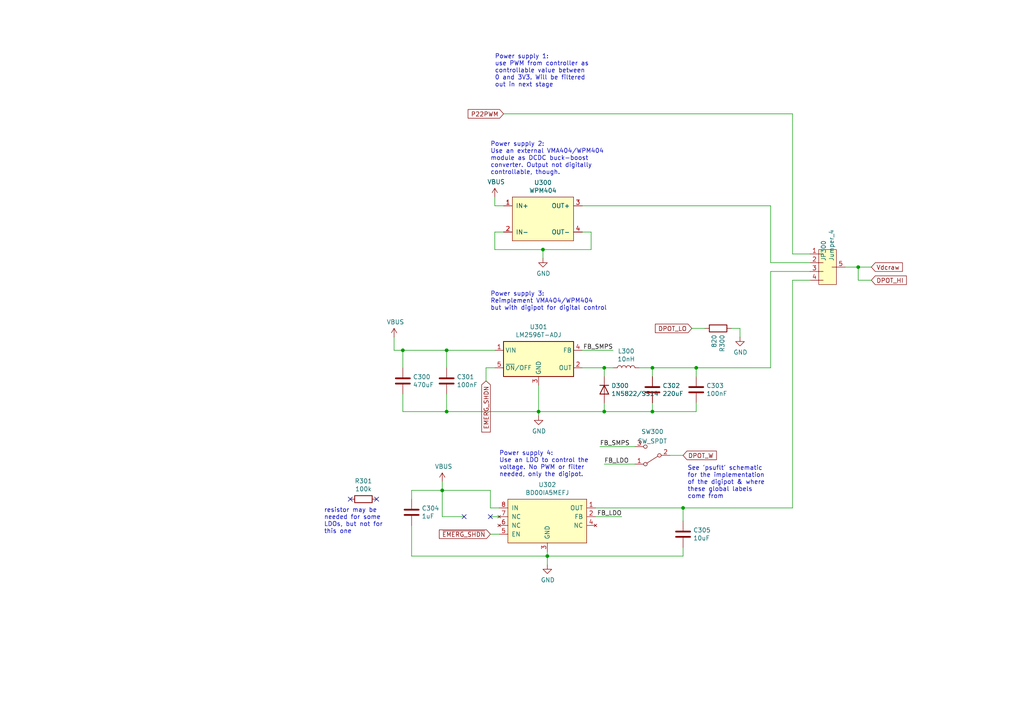
<source format=kicad_sch>
(kicad_sch (version 20211123) (generator eeschema)
  (paper "A4")
  (lib_symbols
    (symbol "Device:C" (pin_numbers hide) (pin_names (offset 0.254))
      (property "Reference" "C" (at 0.635 2.54 0))
      (property "Value" "C" (at 0.635 -2.54 0))
      (symbol "C_0_1"
        (polyline (pts (xy -2.032 -0.762) (xy 2.032 -0.762)) (stroke (width 0.508)))
        (polyline (pts (xy -2.032 0.762) (xy 2.032 0.762)) (stroke (width 0.508)))
      )
      (symbol "C_1_1"
        (pin passive line (at 0 3.81 270) (length 2.794) (name "~") (number "1"))
        (pin passive line (at 0 -3.81 90) (length 2.794) (name "~") (number "2"))
      )
    )
    (symbol "Device:D" (pin_numbers hide) (pin_names (offset 1.016) hide)
      (property "Reference" "D" (at 0 2.54 0))
      (property "Value" "D" (at 0 -2.54 0))
      (symbol "D_0_1"
        (polyline (pts (xy -1.27 1.27) (xy -1.27 -1.27)) (stroke (width 0.254)))
        (polyline (pts (xy 1.27 0) (xy -1.27 0)))
        (polyline (pts (xy 1.27 1.27) (xy 1.27 -1.27) (xy -1.27 0) (xy 1.27 1.27)) (stroke (width 0.254)))
      )
      (symbol "D_1_1"
        (pin passive line (at -3.81 0 0) (length 2.54) (name "K") (number "1"))
        (pin passive line (at 3.81 0 180) (length 2.54) (name "A") (number "2"))
      )
    )
    (symbol "Device:L" (pin_numbers hide) (pin_names (offset 1.016) hide)
      (property "Reference" "L" (at -1.27 0 90))
      (property "Value" "L" (at 1.905 0 90))
      (symbol "L_0_1"
        (arc (start 0 -2.54) (mid 0.635 -1.905) (end 0 -1.27))
        (arc (start 0 -1.27) (mid 0.635 -0.635) (end 0 0))
        (arc (start 0 0) (mid 0.635 0.635) (end 0 1.27))
        (arc (start 0 1.27) (mid 0.635 1.905) (end 0 2.54))
      )
      (symbol "L_1_1"
        (pin passive line (at 0 3.81 270) (length 1.27) (name "1") (number "1"))
        (pin passive line (at 0 -3.81 90) (length 1.27) (name "2") (number "2"))
      )
    )
    (symbol "Device:R" (pin_numbers hide) (pin_names (offset 0))
      (property "Reference" "R" (at 2.032 0 90))
      (property "Value" "R" (at 0 0 90))
      (symbol "R_0_1"
        (rectangle (start -1.016 -2.54) (end 1.016 2.54) (stroke (width 0.254)))
      )
      (symbol "R_1_1"
        (pin passive line (at 0 3.81 270) (length 1.27) (name "~") (number "1"))
        (pin passive line (at 0 -3.81 90) (length 1.27) (name "~") (number "2"))
      )
    )
    (symbol "Regulator_Switching:LM2596T-ADJ"
      (property "Reference" "U" (at -10.16 6.35 0))
      (property "Value" "LM2596T-ADJ" (at 0 6.35 0))
      (symbol "LM2596T-ADJ_0_1"
        (rectangle (start -10.16 5.08) (end 10.16 -5.08) (stroke (width 0.254)) (fill (type background)))
      )
      (symbol "LM2596T-ADJ_1_1"
        (pin power_in line (at -12.7 2.54 0) (length 2.54) (name "VIN") (number "1"))
        (pin output line (at 12.7 -2.54 180) (length 2.54) (name "OUT") (number "2"))
        (pin power_in line (at 0 -7.62 90) (length 2.54) (name "GND") (number "3"))
        (pin input line (at 12.7 2.54 180) (length 2.54) (name "FB") (number "4"))
        (pin input line (at -12.7 -2.54 0) (length 2.54) (name "~{ON}/OFF") (number "5"))
      )
    )
    (symbol "Switch:SW_SPDT" (pin_names (offset 0) hide)
      (property "Reference" "SW" (at 0 4.318 0))
      (property "Value" "SW_SPDT" (at 0 -5.08 0))
      (symbol "SW_SPDT_0_0"
        (circle (center -2.032 0) (radius 0.508))
        (circle (center 2.032 -2.54) (radius 0.508))
      )
      (symbol "SW_SPDT_0_1"
        (polyline (pts (xy -1.524 0.254) (xy 1.651 2.286)))
        (circle (center 2.032 2.54) (radius 0.508))
      )
      (symbol "SW_SPDT_1_1"
        (pin passive line (at 5.08 2.54 180) (length 2.54) (name "A") (number "1"))
        (pin passive line (at -5.08 0 0) (length 2.54) (name "B") (number "2"))
        (pin passive line (at 5.08 -2.54 180) (length 2.54) (name "C") (number "3"))
      )
    )
    (symbol "misc-mcus:BD00IA5MEFJ" (pin_names (offset 1.016))
      (property "Reference" "U" (at 0 1.27 0))
      (property "Value" "BD00IA5MEFJ" (at 0 3.81 0))
      (symbol "BD00IA5MEFJ_1_1"
        (rectangle (start -11.43 6.35) (end 11.43 -6.35) (fill (type background)))
        (pin power_out line (at 13.97 3.81 180) (length 2.54) (name "OUT") (number "1"))
        (pin passive line (at 13.97 1.27 180) (length 2.54) (name "FB") (number "2"))
        (pin passive line (at 0 -8.89 90) (length 2.54) (name "GND") (number "3"))
        (pin no_connect line (at 13.97 -1.27 180) (length 2.54) (name "NC") (number "4"))
        (pin input line (at -13.97 -3.81 0) (length 2.54) (name "EN") (number "5"))
        (pin no_connect line (at -13.97 -1.27 0) (length 2.54) (name "NC") (number "6"))
        (pin no_connect line (at -13.97 1.27 0) (length 2.54) (name "NC") (number "7"))
        (pin power_in line (at -13.97 3.81 0) (length 2.54) (name "IN") (number "8"))
      )
    )
    (symbol "misc-mcus:Jumper_4" (pin_names (offset 1.016))
      (property "Reference" "JP" (at 0 11.43 0))
      (property "Value" "Jumper_4" (at 0 11.43 0))
      (symbol "Jumper_4_0_1"
        (rectangle (start -2.54 5.08) (end 2.54 -5.08) (fill (type background)))
        (polyline (pts (xy -2.54 -3.81) (xy -1.27 -3.81)))
        (polyline (pts (xy -2.54 -1.27) (xy -1.27 -1.27)))
        (polyline (pts (xy -2.54 1.27) (xy -1.27 1.27)))
        (polyline (pts (xy -2.54 3.81) (xy -1.27 3.81)))
        (polyline (pts (xy 2.54 0) (xy 1.27 0)))
      )
      (symbol "Jumper_4_1_1"
        (pin passive line (at -5.08 3.81 0) (length 2.54) (name "~") (number "1"))
        (pin passive line (at -5.08 1.27 0) (length 2.54) (name "~") (number "2"))
        (pin passive line (at -5.08 -1.27 0) (length 2.54) (name "~") (number "3"))
        (pin passive line (at -5.08 -3.81 0) (length 2.54) (name "~") (number "4"))
        (pin passive line (at 5.08 0 180) (length 2.54) (name "~") (number "5"))
      )
    )
    (symbol "misc-mcus:WPM404" (pin_names (offset 1.016))
      (property "Reference" "U" (at 0 -1.27 0))
      (property "Value" "WPM404" (at 0 1.27 0))
      (symbol "WPM404_0_1"
        (rectangle (start -8.89 6.35) (end 8.89 -6.35) (fill (type background)))
      )
      (symbol "WPM404_1_1"
        (pin power_in line (at -11.43 3.81 0) (length 2.54) (name "IN+") (number "1"))
        (pin power_in line (at -11.43 -3.81 0) (length 2.54) (name "IN-") (number "2"))
        (pin power_out line (at 11.43 3.81 180) (length 2.54) (name "OUT+") (number "3"))
        (pin power_out line (at 11.43 -3.81 180) (length 2.54) (name "OUT-") (number "4"))
      )
    )
    (symbol "power:GND" (power) (pin_names (offset 0))
      (property "Value" "GND" (at 0 -3.81 0))
      (symbol "GND_0_1"
        (polyline (pts (xy 0 0) (xy 0 -1.27) (xy 1.27 -1.27) (xy 0 -2.54) (xy -1.27 -1.27) (xy 0 -1.27)))
      )
      (symbol "GND_1_1"
        (pin power_in line (at 0 0 270) (length 0) hide (name "GND") (number "1"))
      )
    )
    (symbol "power:VBUS" (power) (pin_names (offset 0))
      (property "Value" "VBUS" (at 0 3.81 0))
      (symbol "VBUS_0_1"
        (polyline (pts (xy -0.762 1.27) (xy 0 2.54)))
        (polyline (pts (xy 0 0) (xy 0 2.54)))
        (polyline (pts (xy 0 2.54) (xy 0.762 1.27)))
      )
      (symbol "VBUS_1_1"
        (pin power_in line (at 0 0 90) (length 0) hide (name "VBUS") (number "1"))
      )
    )
  )
  (junction (at 129.54 101.6))
  (junction (at 116.84 101.6))
  (junction (at 201.93 106.68))
  (junction (at 198.12 147.32))
  (junction (at 158.75 161.29))
  (junction (at 129.54 119.38))
  (junction (at 156.21 119.38))
  (junction (at 128.27 142.24))
  (junction (at 175.26 106.68))
  (junction (at 248.92 77.47))
  (junction (at 189.23 106.68))
  (junction (at 175.26 119.38))
  (junction (at 189.23 119.38))
  (junction (at 157.48 72.39))
  (no_connect (at 109.22 144.78))
  (no_connect (at 101.6 144.78))
  (no_connect (at 142.24 149.86))
  (no_connect (at 134.62 149.86))
  (wire (pts (xy 223.52 78.74) (xy 234.95 78.74)))
  (wire (pts (xy 189.23 106.68) (xy 201.93 106.68)))
  (wire (pts (xy 119.38 152.4) (xy 119.38 161.29)))
  (wire (pts (xy 146.05 33.02) (xy 229.87 33.02)))
  (wire (pts (xy 223.52 59.69) (xy 223.52 76.2)))
  (wire (pts (xy 198.12 151.13) (xy 198.12 147.32)))
  (wire (pts (xy 140.97 110.49) (xy 140.97 106.68)))
  (wire (pts (xy 171.45 72.39) (xy 171.45 67.31)))
  (wire (pts (xy 128.27 142.24) (xy 142.24 142.24)))
  (wire (pts (xy 140.97 106.68) (xy 143.51 106.68)))
  (wire (pts (xy 223.52 76.2) (xy 234.95 76.2)))
  (wire (pts (xy 175.26 119.38) (xy 175.26 116.84)))
  (wire (pts (xy 189.23 116.84) (xy 189.23 119.38)))
  (wire (pts (xy 201.93 106.68) (xy 223.52 106.68)))
  (wire (pts (xy 212.09 95.25) (xy 214.63 95.25)))
  (wire (pts (xy 128.27 142.24) (xy 128.27 139.7)))
  (wire (pts (xy 194.31 132.08) (xy 198.12 132.08)))
  (wire (pts (xy 116.84 114.3) (xy 116.84 119.38)))
  (wire (pts (xy 158.75 163.83) (xy 158.75 161.29)))
  (wire (pts (xy 134.62 149.86) (xy 128.27 149.86)))
  (wire (pts (xy 198.12 161.29) (xy 198.12 158.75)))
  (wire (pts (xy 175.26 106.68) (xy 175.26 109.22)))
  (wire (pts (xy 144.78 154.94) (xy 142.24 154.94)))
  (wire (pts (xy 185.42 106.68) (xy 189.23 106.68)))
  (wire (pts (xy 223.52 106.68) (xy 223.52 78.74)))
  (wire (pts (xy 168.91 106.68) (xy 175.26 106.68)))
  (wire (pts (xy 229.87 147.32) (xy 229.87 81.28)))
  (wire (pts (xy 168.91 59.69) (xy 223.52 59.69)))
  (wire (pts (xy 204.47 95.25) (xy 200.66 95.25)))
  (wire (pts (xy 143.51 59.69) (xy 146.05 59.69)))
  (wire (pts (xy 119.38 142.24) (xy 119.38 144.78)))
  (wire (pts (xy 116.84 101.6) (xy 129.54 101.6)))
  (wire (pts (xy 172.72 149.86) (xy 180.34 149.86)))
  (wire (pts (xy 144.78 149.86) (xy 142.24 149.86)))
  (wire (pts (xy 173.99 129.54) (xy 184.15 129.54)))
  (wire (pts (xy 201.93 116.84) (xy 201.93 119.38)))
  (wire (pts (xy 129.54 119.38) (xy 156.21 119.38)))
  (wire (pts (xy 171.45 67.31) (xy 168.91 67.31)))
  (wire (pts (xy 158.75 161.29) (xy 158.75 160.02)))
  (wire (pts (xy 143.51 67.31) (xy 143.51 72.39)))
  (wire (pts (xy 234.95 73.66) (xy 229.87 73.66)))
  (wire (pts (xy 142.24 142.24) (xy 142.24 147.32)))
  (wire (pts (xy 146.05 67.31) (xy 143.51 67.31)))
  (wire (pts (xy 214.63 95.25) (xy 214.63 97.79)))
  (wire (pts (xy 175.26 134.62) (xy 184.15 134.62)))
  (wire (pts (xy 201.93 119.38) (xy 189.23 119.38)))
  (wire (pts (xy 157.48 72.39) (xy 171.45 72.39)))
  (wire (pts (xy 177.8 106.68) (xy 175.26 106.68)))
  (wire (pts (xy 189.23 106.68) (xy 189.23 109.22)))
  (wire (pts (xy 157.48 74.93) (xy 157.48 72.39)))
  (wire (pts (xy 129.54 101.6) (xy 143.51 101.6)))
  (wire (pts (xy 248.92 81.28) (xy 248.92 77.47)))
  (wire (pts (xy 158.75 161.29) (xy 119.38 161.29)))
  (wire (pts (xy 201.93 106.68) (xy 201.93 109.22)))
  (wire (pts (xy 248.92 77.47) (xy 245.11 77.47)))
  (wire (pts (xy 229.87 81.28) (xy 234.95 81.28)))
  (wire (pts (xy 116.84 119.38) (xy 129.54 119.38)))
  (wire (pts (xy 252.73 77.47) (xy 248.92 77.47)))
  (wire (pts (xy 158.75 161.29) (xy 198.12 161.29)))
  (wire (pts (xy 142.24 147.32) (xy 144.78 147.32)))
  (wire (pts (xy 189.23 119.38) (xy 175.26 119.38)))
  (wire (pts (xy 156.21 119.38) (xy 156.21 120.65)))
  (wire (pts (xy 198.12 147.32) (xy 229.87 147.32)))
  (wire (pts (xy 156.21 111.76) (xy 156.21 119.38)))
  (wire (pts (xy 128.27 149.86) (xy 128.27 142.24)))
  (wire (pts (xy 143.51 57.15) (xy 143.51 59.69)))
  (wire (pts (xy 129.54 106.68) (xy 129.54 101.6)))
  (wire (pts (xy 129.54 114.3) (xy 129.54 119.38)))
  (wire (pts (xy 229.87 73.66) (xy 229.87 33.02)))
  (wire (pts (xy 172.72 147.32) (xy 198.12 147.32)))
  (wire (pts (xy 116.84 106.68) (xy 116.84 101.6)))
  (wire (pts (xy 143.51 72.39) (xy 157.48 72.39)))
  (wire (pts (xy 114.3 97.79) (xy 114.3 101.6)))
  (wire (pts (xy 114.3 101.6) (xy 116.84 101.6)))
  (wire (pts (xy 168.91 101.6) (xy 177.8 101.6)))
  (wire (pts (xy 156.21 119.38) (xy 175.26 119.38)))
  (wire (pts (xy 252.73 81.28) (xy 248.92 81.28)))
  (wire (pts (xy 128.27 142.24) (xy 119.38 142.24)))
  (text "Power supply 2:\nUse an external VMA404/WPM404\nmodule as DCDC buck-boost\nconverter. Output not digitally\ncontrollable, though." (at 142.24 50.8 0) (effects (font (size 1.27 1.27)) (justify left bottom)))
  (text "Power supply 4:\nUse an LDO to control the\nvoltage. No PWM or filter\nneeded, only the digipot." (at 144.78 138.43 0) (effects (font (size 1.27 1.27)) (justify left bottom)))
  (text "Power supply 3:\nReimplement VMA404/WPM404\nbut with digipot for digital control" (at 142.24 90.17 0) (effects (font (size 1.27 1.27)) (justify left bottom)))
  (text "See 'psuflt' schematic\nfor the implementation\nof the digipot & where\nthese global labels\ncome from" (at 199.39 144.78 0) (effects (font (size 1.27 1.27)) (justify left bottom)))
  (text "Power supply 1:\nuse PWM from controller as\ncontrollable value between\n0 and 3V3. Will be filtered\nout in next stage" (at 143.51 25.4 0) (effects (font (size 1.27 1.27)) (justify left bottom)))
  (text "resistor may be\nneeded for some\nLDOs, but not for\nthis one" (at 93.98 154.94 0) (effects (font (size 1.27 1.27)) (justify left bottom)))
  (label "FB_SMPS" (at 177.8 101.6 180))
  (label "FB_LDO" (at 175.26 134.62 0))
  (label "FB_SMPS" (at 173.99 129.54 0))
  (label "FB_LDO" (at 180.34 149.86 180))
  (global_label "DPOT_W" (shape input) (at 198.12 132.08 0) (property "Intersheet References" "${INTERSHEET_REFS}" (effects hide)))
  (global_label "P22PWM" (shape input) (at 146.05 33.02 180) (property "Intersheet References" "${INTERSHEET_REFS}" (effects hide)))
  (global_label "Vdcraw" (shape input) (at 252.73 77.47 0) (property "Intersheet References" "${INTERSHEET_REFS}" (effects hide)))
  (global_label "~{EMERG_SHDN}" (shape input) (at 142.24 154.94 180) (property "Intersheet References" "${INTERSHEET_REFS}" (effects hide)))
  (global_label "DPOT_LO" (shape input) (at 200.66 95.25 180) (property "Intersheet References" "${INTERSHEET_REFS}" (effects hide)))
  (global_label "EMERG_SHDN" (shape input) (at 140.97 110.49 270) (property "Intersheet References" "${INTERSHEET_REFS}" (effects hide)))
  (global_label "DPOT_HI" (shape input) (at 252.73 81.28 0) (property "Intersheet References" "${INTERSHEET_REFS}" (effects hide)))
  (symbol (lib_id "misc-mcus:WPM404") (at 157.48 63.5 0) (unit 1)
    (property "Reference" "U300" (at 157.48 52.959 0))
    (property "Value" "WPM404" (at 157.48 55.2704 0))
    (property "Footprint" "chip-bo:VMA404-Module-THT" (effects hide))
  )
  (symbol (lib_id "power:GND") (at 157.48 74.93 0) (unit 1)
    (property "Reference" "#PWR0134" (effects hide))
    (property "Value" "GND" (at 157.607 79.3242 0))
  )
  (symbol (lib_id "power:VBUS") (at 143.51 57.15 0) (unit 1)
    (property "Reference" "#PWR0135" (effects hide))
    (property "Value" "VBUS" (at 143.891 52.7558 0))
  )
  (symbol (lib_id "Regulator_Switching:LM2596T-ADJ") (at 156.21 104.14 0) (unit 1)
    (property "Reference" "U301" (at 156.21 94.8182 0))
    (property "Value" "LM2596T-ADJ" (at 156.21 97.1296 0))
    (property "Footprint" "Package_TO_SOT_THT:TO-220-5_P3.4x3.7mm_StaggerOdd_Lead3.8mm_Vertical" (effects hide))
    (property "Datasheet" "http://www.ti.com/lit/ds/symlink/lm2596.pdf" (effects hide))
  )
  (symbol (lib_id "power:VBUS") (at 114.3 97.79 0) (unit 1)
    (property "Reference" "#PWR0136" (effects hide))
    (property "Value" "VBUS" (at 114.681 93.3958 0))
  )
  (symbol (lib_id "Device:C") (at 116.84 110.49 0) (unit 1)
    (property "Reference" "C300" (at 119.761 109.3216 0) (effects (justify left)))
    (property "Value" "470uF" (at 119.761 111.633 0) (effects (justify left)))
    (property "Footprint" "Capacitor_THT:CP_Radial_D6.3mm_P2.50mm" (effects hide))
  )
  (symbol (lib_id "power:GND") (at 156.21 120.65 0) (unit 1)
    (property "Reference" "#PWR0137" (effects hide))
    (property "Value" "GND" (at 156.337 125.0442 0))
  )
  (symbol (lib_id "Device:C") (at 129.54 110.49 0) (unit 1)
    (property "Reference" "C301" (at 132.461 109.3216 0) (effects (justify left)))
    (property "Value" "100nF" (at 132.461 111.633 0) (effects (justify left)))
    (property "Footprint" "Capacitor_SMD:C_0603_1608Metric_Pad1.08x0.95mm_HandSolder" (effects hide))
  )
  (symbol (lib_id "Device:D") (at 175.26 113.03 270) (unit 1)
    (property "Reference" "D300" (at 177.292 111.8616 90) (effects (justify left)))
    (property "Value" "1N5822/SS14" (at 177.292 114.173 90) (effects (justify left)))
    (property "Footprint" "Diode_SMD:D_SOD-123" (effects hide))
  )
  (symbol (lib_id "Device:L") (at 181.61 106.68 90) (unit 1)
    (property "Reference" "L300" (at 181.61 101.854 90))
    (property "Value" "10nH" (at 181.61 104.1654 90))
    (property "Footprint" "Inductor_SMD:L_7.3x7.3_H4.5" (effects hide))
  )
  (symbol (lib_id "Device:C") (at 189.23 113.03 0) (unit 1)
    (property "Reference" "C302" (at 192.151 111.8616 0) (effects (justify left)))
    (property "Value" "220uF" (at 192.151 114.173 0) (effects (justify left)))
    (property "Footprint" "Capacitor_THT:CP_Radial_D6.3mm_P2.50mm" (effects hide))
  )
  (symbol (lib_id "Device:C") (at 201.93 113.03 0) (unit 1)
    (property "Reference" "C303" (at 204.851 111.8616 0) (effects (justify left)))
    (property "Value" "100nF" (at 204.851 114.173 0) (effects (justify left)))
    (property "Footprint" "Capacitor_SMD:C_0603_1608Metric_Pad1.08x0.95mm_HandSolder" (effects hide))
  )
  (symbol (lib_id "Device:R") (at 208.28 95.25 270) (unit 1)
    (property "Reference" "R300" (at 209.4484 97.028 0) (effects (justify left)))
    (property "Value" "820" (at 207.137 97.028 0) (effects (justify left)))
    (property "Footprint" "Resistor_SMD:R_0603_1608Metric_Pad0.98x0.95mm_HandSolder" (effects hide))
  )
  (symbol (lib_id "power:GND") (at 214.63 97.79 0) (unit 1)
    (property "Reference" "#PWR0138" (effects hide))
    (property "Value" "GND" (at 214.757 102.1842 0))
  )
  (symbol (lib_id "misc-mcus:BD00IA5MEFJ") (at 158.75 151.13 0) (unit 1)
    (property "Reference" "U302" (at 158.75 140.589 0))
    (property "Value" "BD00IA5MEFJ" (at 158.75 142.9004 0))
    (property "Footprint" "Package_SO:HSOP-8-1EP_3.9x4.9mm_P1.27mm_EP2.41x3.1mm" (effects hide))
    (property "Datasheet" "https://www.farnell.com/datasheets/2296755.pdf" (effects hide))
  )
  (symbol (lib_id "power:VBUS") (at 128.27 139.7 0) (unit 1)
    (property "Reference" "#PWR0139" (effects hide))
    (property "Value" "VBUS" (at 128.651 135.3058 0))
  )
  (symbol (lib_id "power:GND") (at 158.75 163.83 0) (unit 1)
    (property "Reference" "#PWR0140" (effects hide))
    (property "Value" "GND" (at 158.877 168.2242 0))
  )
  (symbol (lib_id "Device:R") (at 105.41 144.78 270) (unit 1) (in_bom no) (on_board no)
    (property "Reference" "R301" (at 105.41 139.5222 90))
    (property "Value" "100k" (at 105.41 141.8336 90))
    (property "Footprint" "Resistor_SMD:R_0603_1608Metric_Pad0.98x0.95mm_HandSolder" (effects hide))
  )
  (symbol (lib_id "Device:C") (at 119.38 148.59 0) (unit 1)
    (property "Reference" "C304" (at 122.301 147.4216 0) (effects (justify left)))
    (property "Value" "1uF" (at 122.301 149.733 0) (effects (justify left)))
    (property "Footprint" "Capacitor_SMD:C_0805_2012Metric_Pad1.18x1.45mm_HandSolder" (effects hide))
  )
  (symbol (lib_id "Device:C") (at 198.12 154.94 0) (unit 1)
    (property "Reference" "C305" (at 201.041 153.7716 0) (effects (justify left)))
    (property "Value" "10uF" (at 201.041 156.083 0) (effects (justify left)))
    (property "Footprint" "Capacitor_SMD:C_0805_2012Metric_Pad1.18x1.45mm_HandSolder" (effects hide))
  )
  (symbol (lib_id "misc-mcus:Jumper_4") (at 240.03 77.47 0) (unit 1)
    (property "Reference" "JP300" (at 238.8616 75.7682 90) (effects (justify left)))
    (property "Value" "Jumper_4" (at 241.173 75.7682 90) (effects (justify left)))
    (property "Footprint" "chip-bo:Jumper4_PinHeader" (effects hide))
  )
  (symbol (lib_id "Switch:SW_SPDT") (at 189.23 132.08 180) (unit 1)
    (property "Reference" "SW300" (at 189.23 125.1925 0))
    (property "Value" "SW_SPDT" (at 189.23 127.9676 0))
    (property "Footprint" "Connector_PinHeader_2.54mm:PinHeader_1x03_P2.54mm_Vertical" (effects hide))
  )
)
</source>
